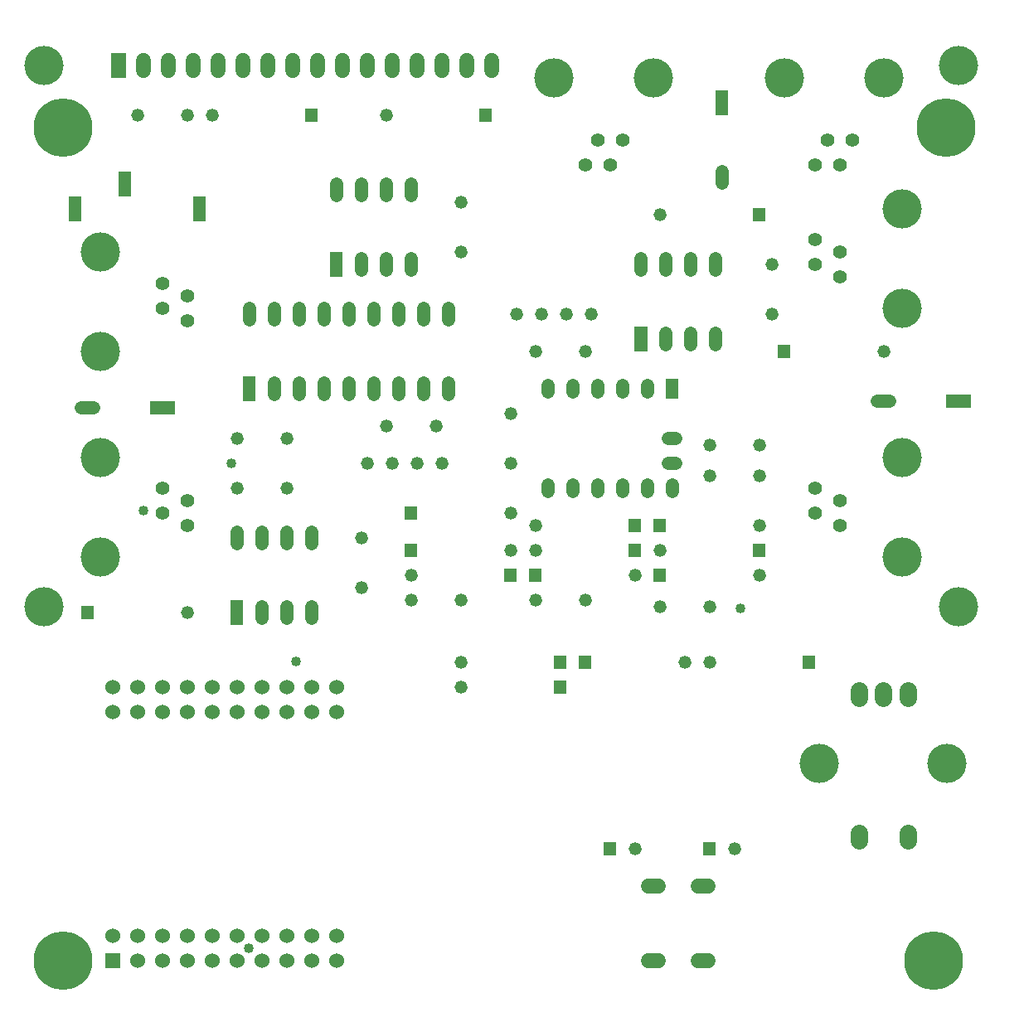
<source format=gts>
%FSLAX24Y24*%
%MOIN*%
%ADD10C,0.0400*%
%ADD11C,0.0520*%
%ADD12C,0.0551*%
%ADD13C,0.0591*%
%ADD14C,0.0600*%
%ADD15C,0.0700*%
%ADD16C,0.1575*%
%ADD17C,0.2362*%
D10*
G01X9479Y2505D03*
X11392Y14033D03*
X8769Y22000D03*
X29241Y16185D03*
X5262Y20101D03*
D11*
G01X26000Y16250D03*
X28000Y16250D03*
X16000Y17500D03*
X10999Y23000D03*
X9000Y23000D03*
X15000Y36000D03*
X5000Y36000D03*
X7000Y36000D03*
X26000Y18500D03*
X20000Y18500D03*
X7000Y16000D03*
X25000Y17500D03*
X25000Y6500D03*
X17250Y22000D03*
X16249Y22000D03*
X10999Y21000D03*
X9000Y21000D03*
X26000Y32000D03*
X17000Y23500D03*
X15000Y23500D03*
X21000Y26500D03*
X23000Y26500D03*
X21000Y16500D03*
X23000Y16500D03*
X30000Y17500D03*
X15250Y22000D03*
X14250Y22000D03*
X20000Y21999D03*
X20000Y23999D03*
X35000Y26500D03*
X29000Y6500D03*
X20250Y28000D03*
X21250Y28000D03*
X16000Y16500D03*
X18000Y16500D03*
X28000Y22750D03*
X30000Y22750D03*
X14000Y19000D03*
X14000Y17000D03*
X30500Y30000D03*
X30500Y28000D03*
X30000Y21500D03*
X28000Y21500D03*
X21000Y18500D03*
X8000Y36000D03*
X22250Y28000D03*
X23250Y28000D03*
X18000Y32500D03*
X18000Y30500D03*
X20000Y20000D03*
X30000Y19500D03*
X21000Y19500D03*
X18000Y14000D03*
X27000Y13999D03*
X28000Y14000D03*
X18000Y13000D03*
X10999Y15760D02*
X10999Y16240D01*
X10000Y18760D02*
X10000Y19240D01*
X10999Y18760D02*
X10999Y19240D01*
X11999Y15760D02*
X11999Y16240D01*
X9000Y18760D02*
X9000Y19240D01*
X10000Y15760D02*
X10000Y16240D01*
X11999Y18760D02*
X11999Y19240D01*
X28500Y33740D02*
X28500Y33260D01*
X25500Y21139D02*
X25500Y20859D01*
X21500Y25139D02*
X21500Y24860D01*
X22500Y25139D02*
X22500Y24860D01*
X21500Y21139D02*
X21500Y20859D01*
X26500Y21139D02*
X26500Y20859D01*
X26640Y22999D02*
X26360Y22999D01*
X23500Y21139D02*
X23500Y20859D01*
X26640Y21999D02*
X26360Y21999D01*
X24500Y25139D02*
X24500Y24860D01*
X22500Y21139D02*
X22500Y20859D01*
X24500Y21139D02*
X24500Y20859D01*
X23500Y25139D02*
X23500Y24860D01*
X25500Y25139D02*
X25500Y24860D01*
X3240Y24250D02*
X2760Y24250D01*
X27250Y26760D02*
X27250Y27239D01*
X26250Y29760D02*
X26250Y30240D01*
X27250Y29760D02*
X27250Y30240D01*
X28250Y26760D02*
X28250Y27239D01*
X25250Y29760D02*
X25250Y30240D01*
X26250Y26760D02*
X26250Y27239D01*
X28250Y29760D02*
X28250Y30240D01*
X11500Y24760D02*
X11500Y25240D01*
X16500Y27760D02*
X16500Y28240D01*
X17500Y24760D02*
X17500Y25240D01*
X17500Y27760D02*
X17500Y28240D01*
X12500Y24760D02*
X12500Y25240D01*
X15500Y27760D02*
X15500Y28240D01*
X10500Y24760D02*
X10500Y25240D01*
X11500Y27760D02*
X11500Y28240D01*
X13500Y27760D02*
X13500Y28240D01*
X9500Y27760D02*
X9500Y28240D01*
X14500Y27760D02*
X14500Y28240D01*
X15500Y24760D02*
X15500Y25240D01*
X16500Y24760D02*
X16500Y25240D01*
X14500Y24760D02*
X14500Y25240D01*
X10500Y27760D02*
X10500Y28240D01*
X13500Y24760D02*
X13500Y25240D01*
X12500Y27760D02*
X12500Y28240D01*
X35240Y24500D02*
X34760Y24500D01*
X15000Y29760D02*
X15000Y30240D01*
X14000Y32760D02*
X14000Y33240D01*
X15000Y32760D02*
X15000Y33240D01*
X16000Y29760D02*
X16000Y30240D01*
X13000Y32760D02*
X13000Y33240D01*
X14000Y29760D02*
X14000Y30240D01*
X16000Y32760D02*
X16000Y33240D01*
D12*
G01X32250Y31000D03*
X33250Y30500D03*
X33250Y29500D03*
X32250Y30000D03*
X32250Y34000D03*
X32750Y35000D03*
X33750Y35000D03*
X33250Y34000D03*
X6999Y27749D03*
X5999Y28249D03*
X6000Y29250D03*
X6999Y28750D03*
X6999Y19500D03*
X5999Y20000D03*
X6000Y21000D03*
X6999Y20500D03*
X32250Y21000D03*
X33250Y20500D03*
X33250Y19500D03*
X32250Y20000D03*
X23000Y34000D03*
X23500Y35000D03*
X24500Y35000D03*
X24000Y34000D03*
D13*
G01X14250Y37795D02*
X14250Y38204D01*
X7250Y37795D02*
X7250Y38204D01*
X8250Y37795D02*
X8250Y38204D01*
X17250Y37795D02*
X17250Y38204D01*
X16250Y37795D02*
X16250Y38204D01*
X6250Y37795D02*
X6250Y38204D01*
X12250Y37795D02*
X12250Y38204D01*
X10250Y37795D02*
X10250Y38204D01*
X13250Y37795D02*
X13250Y38204D01*
X15250Y37795D02*
X15250Y38204D01*
X9250Y37795D02*
X9250Y38204D01*
X11250Y37795D02*
X11250Y38204D01*
X19250Y37795D02*
X19250Y38204D01*
X18250Y37795D02*
X18250Y38204D01*
X5250Y37795D02*
X5250Y38204D01*
D14*
G01X11000Y2000D03*
X7000Y12000D03*
X8000Y12000D03*
X5000Y2000D03*
X10000Y13000D03*
X6000Y13000D03*
X8000Y3000D03*
X9000Y13000D03*
X11000Y3000D03*
X12000Y2000D03*
X13000Y12000D03*
X13000Y2000D03*
X9000Y2000D03*
X4000Y13000D03*
X7000Y13000D03*
X11000Y13000D03*
X10000Y2000D03*
X4000Y3000D03*
X12000Y12000D03*
X7000Y3000D03*
X5000Y12000D03*
X8000Y13000D03*
X11000Y12000D03*
X9000Y12000D03*
X13000Y13000D03*
X9000Y3000D03*
X12000Y3000D03*
X12000Y13000D03*
X10000Y12000D03*
X6000Y2000D03*
X6000Y12000D03*
X7000Y2000D03*
X13000Y3000D03*
X5000Y13000D03*
X10000Y3000D03*
X6000Y3000D03*
X5000Y3000D03*
X8000Y2000D03*
X4000Y12000D03*
X27549Y2000D02*
X27949Y1999D01*
X27549Y5000D02*
X27949Y5000D01*
X25549Y2000D02*
X25949Y2000D01*
X25549Y5000D02*
X25949Y5000D01*
D15*
G01X35968Y12558D02*
X35968Y12858D01*
X35968Y6849D02*
X35968Y7149D01*
X34984Y12558D02*
X34984Y12858D01*
X34000Y12558D02*
X34000Y12858D01*
X34000Y6849D02*
X34000Y7149D01*
D16*
G01X35750Y28250D03*
X35750Y32250D03*
X35000Y37500D03*
X31000Y37500D03*
X3500Y30500D03*
X3499Y26499D03*
X3500Y22250D03*
X3499Y18250D03*
X1250Y16250D03*
X38000Y38000D03*
X38000Y16250D03*
X1250Y38000D03*
X35750Y18250D03*
X35750Y22250D03*
X32425Y9952D03*
X37543Y9952D03*
X25750Y37500D03*
X21750Y37500D03*
D17*
G01X2000Y35500D03*
X37500Y35500D03*
X37000Y2000D03*
X2000Y2000D03*
G36*
X9260Y16500D02*G01*
X8740Y16500D01*X8740Y15500D01*X9260Y15500D01*G37*
G36*
X19739Y17240D02*G01*
X20259Y17240D01*X20259Y17760D01*X19739Y17760D01*G37*
G36*
X4300Y2300D02*G01*
X3700Y2300D01*X3700Y1700D01*X4300Y1700D01*G37*
G36*
X28240Y36000D02*G01*
X28760Y36000D01*X28760Y37000D01*X28240Y37000D01*G37*
G36*
X18740Y35740D02*G01*
X19260Y35740D01*X19260Y36260D01*X18740Y36260D01*G37*
G36*
X4240Y32750D02*G01*
X4760Y32750D01*X4760Y33750D01*X4240Y33750D01*G37*
G36*
X7240Y31750D02*G01*
X7760Y31750D01*X7760Y32750D01*X7240Y32750D01*G37*
G36*
X2240Y31750D02*G01*
X2760Y31750D01*X2760Y32750D01*X2240Y32750D01*G37*
G36*
X29740Y18239D02*G01*
X30260Y18239D01*X30260Y18759D01*X29740Y18759D01*G37*
G36*
X26240Y24599D02*G01*
X26760Y24599D01*X26760Y25399D01*X26240Y25399D01*G37*
G36*
X16260Y18760D02*G01*
X15740Y18760D01*X15740Y18240D01*X16260Y18240D01*G37*
G36*
X3260Y16260D02*G01*
X2740Y16260D01*X2740Y15740D01*X3260Y15740D01*G37*
G36*
X21260Y17760D02*G01*
X20740Y17760D01*X20740Y17240D01*X21260Y17240D01*G37*
G36*
X24260Y6759D02*G01*
X23740Y6759D01*X23740Y6240D01*X24260Y6240D01*G37*
G36*
X29740Y31740D02*G01*
X30260Y31740D01*X30260Y32260D01*X29740Y32260D01*G37*
G36*
X5500Y24509D02*G01*
X5500Y23989D01*X6500Y23989D01*X6500Y24509D01*G37*
G36*
X25510Y27500D02*G01*
X24990Y27500D01*X24990Y26499D01*X25510Y26499D01*G37*
G36*
X9760Y25500D02*G01*
X9240Y25500D01*X9240Y24500D01*X9760Y24500D01*G37*
G36*
X26260Y17760D02*G01*
X25740Y17760D01*X25740Y17240D01*X26260Y17240D01*G37*
G36*
X31260Y26760D02*G01*
X30740Y26760D01*X30740Y26240D01*X31260Y26240D01*G37*
G36*
X28260Y6759D02*G01*
X27740Y6759D01*X27740Y6240D01*X28260Y6240D01*G37*
G36*
X37500Y24760D02*G01*
X37500Y24240D01*X38500Y24240D01*X38500Y24760D01*G37*
G36*
X4545Y38500D02*G01*
X3954Y38500D01*X3954Y37500D01*X4545Y37500D01*G37*
G36*
X13260Y30500D02*G01*
X12740Y30500D01*X12740Y29500D01*X13260Y29500D01*G37*
G36*
X24739Y18239D02*G01*
X25259Y18239D01*X25259Y18759D01*X24739Y18759D01*G37*
G36*
X11739Y35740D02*G01*
X12259Y35740D01*X12259Y36260D01*X11739Y36260D01*G37*
G36*
X16260Y20260D02*G01*
X15740Y20260D01*X15740Y19740D01*X16260Y19740D01*G37*
G36*
X26260Y19760D02*G01*
X25740Y19760D01*X25740Y19240D01*X26260Y19240D01*G37*
G36*
X24739Y19240D02*G01*
X25259Y19240D01*X25259Y19760D01*X24739Y19760D01*G37*
G36*
X21740Y13740D02*G01*
X22260Y13740D01*X22260Y14260D01*X21740Y14260D01*G37*
G36*
X23260Y14260D02*G01*
X22740Y14260D01*X22740Y13740D01*X23260Y13740D01*G37*
G36*
X31740Y13740D02*G01*
X32260Y13740D01*X32260Y14260D01*X31740Y14260D01*G37*
G36*
X21740Y12740D02*G01*
X22260Y12740D01*X22260Y13260D01*X21740Y13260D01*G37*
M02*

</source>
